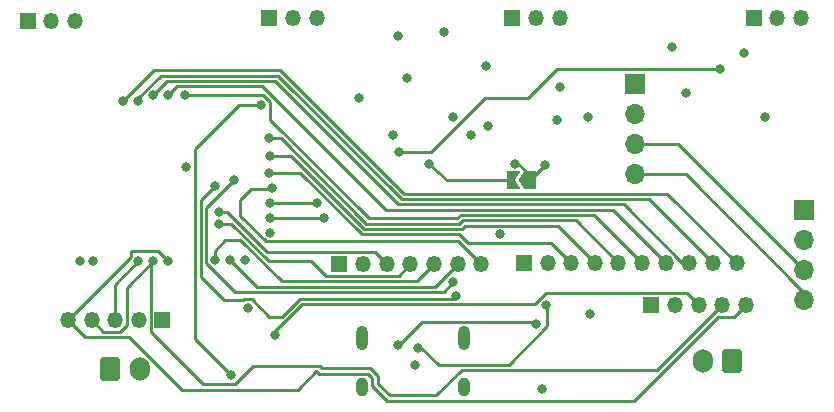
<source format=gbr>
%TF.GenerationSoftware,KiCad,Pcbnew,9.0.1*%
%TF.CreationDate,2025-04-13T07:36:32-05:00*%
%TF.ProjectId,LASK-V2-0,4c41534b-2d56-4322-9d30-2e6b69636164,rev?*%
%TF.SameCoordinates,Original*%
%TF.FileFunction,Copper,L4,Bot*%
%TF.FilePolarity,Positive*%
%FSLAX46Y46*%
G04 Gerber Fmt 4.6, Leading zero omitted, Abs format (unit mm)*
G04 Created by KiCad (PCBNEW 9.0.1) date 2025-04-13 07:36:32*
%MOMM*%
%LPD*%
G01*
G04 APERTURE LIST*
G04 Aperture macros list*
%AMRoundRect*
0 Rectangle with rounded corners*
0 $1 Rounding radius*
0 $2 $3 $4 $5 $6 $7 $8 $9 X,Y pos of 4 corners*
0 Add a 4 corners polygon primitive as box body*
4,1,4,$2,$3,$4,$5,$6,$7,$8,$9,$2,$3,0*
0 Add four circle primitives for the rounded corners*
1,1,$1+$1,$2,$3*
1,1,$1+$1,$4,$5*
1,1,$1+$1,$6,$7*
1,1,$1+$1,$8,$9*
0 Add four rect primitives between the rounded corners*
20,1,$1+$1,$2,$3,$4,$5,0*
20,1,$1+$1,$4,$5,$6,$7,0*
20,1,$1+$1,$6,$7,$8,$9,0*
20,1,$1+$1,$8,$9,$2,$3,0*%
%AMFreePoly0*
4,1,6,1.000000,0.000000,0.500000,-0.750000,-0.500000,-0.750000,-0.500000,0.750000,0.500000,0.750000,1.000000,0.000000,1.000000,0.000000,$1*%
%AMFreePoly1*
4,1,6,0.500000,-0.750000,-0.650000,-0.750000,-0.150000,0.000000,-0.650000,0.750000,0.500000,0.750000,0.500000,-0.750000,0.500000,-0.750000,$1*%
G04 Aperture macros list end*
%TA.AperFunction,ComponentPad*%
%ADD10R,1.700000X1.700000*%
%TD*%
%TA.AperFunction,ComponentPad*%
%ADD11O,1.700000X1.700000*%
%TD*%
%TA.AperFunction,ComponentPad*%
%ADD12R,1.350000X1.350000*%
%TD*%
%TA.AperFunction,ComponentPad*%
%ADD13O,1.350000X1.350000*%
%TD*%
%TA.AperFunction,ComponentPad*%
%ADD14RoundRect,0.250000X0.600000X0.750000X-0.600000X0.750000X-0.600000X-0.750000X0.600000X-0.750000X0*%
%TD*%
%TA.AperFunction,ComponentPad*%
%ADD15O,1.700000X2.000000*%
%TD*%
%TA.AperFunction,ComponentPad*%
%ADD16RoundRect,0.250000X-0.600000X-0.750000X0.600000X-0.750000X0.600000X0.750000X-0.600000X0.750000X0*%
%TD*%
%TA.AperFunction,ComponentPad*%
%ADD17O,1.000000X2.100000*%
%TD*%
%TA.AperFunction,ComponentPad*%
%ADD18O,1.000000X1.600000*%
%TD*%
%TA.AperFunction,SMDPad,CuDef*%
%ADD19FreePoly0,180.000000*%
%TD*%
%TA.AperFunction,SMDPad,CuDef*%
%ADD20FreePoly1,180.000000*%
%TD*%
%TA.AperFunction,ViaPad*%
%ADD21C,0.800000*%
%TD*%
%TA.AperFunction,Conductor*%
%ADD22C,0.250000*%
%TD*%
G04 APERTURE END LIST*
D10*
%TO.P,J9,1,Pin_1*%
%TO.N,GND*%
X170688000Y-73787000D03*
D11*
%TO.P,J9,2,Pin_2*%
%TO.N,+3V3*%
X170688000Y-76327000D03*
%TO.P,J9,3,Pin_3*%
%TO.N,SCL*%
X170688000Y-78867000D03*
%TO.P,J9,4,Pin_4*%
%TO.N,SDA*%
X170688000Y-81407000D03*
%TD*%
D12*
%TO.P,J3,1,Pin_1*%
%TO.N,GND*%
X161290000Y-88900000D03*
D13*
%TO.P,J3,2,Pin_2*%
%TO.N,+3V3*%
X163290000Y-88900000D03*
%TO.P,J3,3,Pin_3*%
%TO.N,GP13*%
X165290000Y-88900000D03*
%TO.P,J3,4,Pin_4*%
%TO.N,GP14*%
X167290000Y-88900000D03*
%TO.P,J3,5,Pin_5*%
%TO.N,GP21*%
X169290000Y-88900000D03*
%TO.P,J3,6,Pin_6*%
%TO.N,GP33*%
X171290000Y-88900000D03*
%TO.P,J3,7,Pin_7*%
%TO.N,GP34*%
X173290000Y-88900000D03*
%TO.P,J3,8,Pin_8*%
%TO.N,GP42*%
X175290000Y-88900000D03*
%TO.P,J3,9,Pin_9*%
%TO.N,RX*%
X177290000Y-88900000D03*
%TO.P,J3,10,Pin_10*%
%TO.N,TX*%
X179290000Y-88900000D03*
%TD*%
D12*
%TO.P,H2,1,VCC*%
%TO.N,+3V3*%
X139732000Y-68167600D03*
D13*
%TO.P,H2,2,GND*%
%TO.N,GND*%
X141732000Y-68167600D03*
%TO.P,H2,3,VOUT*%
%TO.N,hall_1*%
X143732000Y-68167600D03*
%TD*%
D12*
%TO.P,Joystick1,1,Pin_1*%
%TO.N,GND*%
X172085000Y-92456000D03*
D13*
%TO.P,Joystick1,2,Pin_2*%
%TO.N,+3V3*%
X174085000Y-92456000D03*
%TO.P,Joystick1,3,Pin_3*%
%TO.N,JX*%
X176085000Y-92456000D03*
%TO.P,Joystick1,4,Pin_4*%
%TO.N,JY*%
X178085000Y-92456000D03*
%TO.P,Joystick1,5,Pin_5*%
%TO.N,JSW*%
X180085000Y-92456000D03*
%TD*%
D12*
%TO.P,H4,1,VCC*%
%TO.N,+3V3*%
X180753000Y-68167600D03*
D13*
%TO.P,H4,2,GND*%
%TO.N,GND*%
X182753000Y-68167600D03*
%TO.P,H4,3,VOUT*%
%TO.N,hall_3*%
X184753000Y-68167600D03*
%TD*%
D12*
%TO.P,J6,1,Pin_1*%
%TO.N,GND*%
X145669000Y-89027000D03*
D13*
%TO.P,J6,2,Pin_2*%
%TO.N,+3V3*%
X147669000Y-89027000D03*
%TO.P,J6,3,Pin_3*%
%TO.N,GP15*%
X149669000Y-89027000D03*
%TO.P,J6,4,Pin_4*%
%TO.N,GP16*%
X151669000Y-89027000D03*
%TO.P,J6,5,Pin_5*%
%TO.N,GP17*%
X153669000Y-89027000D03*
%TO.P,J6,6,Pin_6*%
%TO.N,GP18*%
X155669000Y-89027000D03*
%TO.P,J6,7,Pin_7*%
%TO.N,ADC_BAT*%
X157669000Y-89027000D03*
%TD*%
D14*
%TO.P,BattExtLTC4054,1*%
%TO.N,VBAT*%
X178923000Y-97201000D03*
D15*
%TO.P,BattExtLTC4054,2*%
%TO.N,GND*%
X176423000Y-97201000D03*
%TD*%
D16*
%TO.P,J2,1*%
%TO.N,VBAT*%
X126278000Y-97917000D03*
D15*
%TO.P,J2,2*%
%TO.N,GND*%
X128778000Y-97917000D03*
%TD*%
D12*
%TO.P,Joystick2,1,Pin_1*%
%TO.N,GND*%
X130683000Y-93726000D03*
D13*
%TO.P,Joystick2,2,Pin_2*%
%TO.N,+3V3*%
X128683000Y-93726000D03*
%TO.P,Joystick2,3,Pin_3*%
%TO.N,JX*%
X126683000Y-93726000D03*
%TO.P,Joystick2,4,Pin_4*%
%TO.N,JY*%
X124683000Y-93726000D03*
%TO.P,Joystick2,5,Pin_5*%
%TO.N,JSW*%
X122683000Y-93726000D03*
%TD*%
D17*
%TO.P,J4,S1,SHIELD*%
%TO.N,GND*%
X147570000Y-95250000D03*
D18*
X147570000Y-99430000D03*
D17*
X156210000Y-95250000D03*
D18*
X156210000Y-99430000D03*
%TD*%
D12*
%TO.P,H1,1,VCC*%
%TO.N,+3V3*%
X119285000Y-68398600D03*
D13*
%TO.P,H1,2,GND*%
%TO.N,GND*%
X121285000Y-68398600D03*
%TO.P,H1,3,VOUT*%
%TO.N,hall_0*%
X123285000Y-68398600D03*
%TD*%
D12*
%TO.P,H3,1,VCC*%
%TO.N,+3V3*%
X160306000Y-68167600D03*
D13*
%TO.P,H3,2,GND*%
%TO.N,GND*%
X162306000Y-68167600D03*
%TO.P,H3,3,VOUT*%
%TO.N,hall_2*%
X164306000Y-68167600D03*
%TD*%
D10*
%TO.P,J1,1,Pin_1*%
%TO.N,GND*%
X185039000Y-84455000D03*
D11*
%TO.P,J1,2,Pin_2*%
%TO.N,+3V3*%
X185039000Y-86995000D03*
%TO.P,J1,3,Pin_3*%
%TO.N,SCL*%
X185039000Y-89535000D03*
%TO.P,J1,4,Pin_4*%
%TO.N,SDA*%
X185039000Y-92075000D03*
%TD*%
D19*
%TO.P,JP1,1,A*%
%TO.N,Net-(JP1-A)*%
X161798000Y-81915000D03*
D20*
%TO.P,JP1,2,B*%
%TO.N,ADC_BAT*%
X160348000Y-81915000D03*
%TD*%
D21*
%TO.N,GND*%
X166751000Y-76581000D03*
X175006000Y-74549000D03*
X147320000Y-74930000D03*
X181737000Y-76581000D03*
X162814000Y-99568000D03*
X132715000Y-80772000D03*
X150241000Y-78105000D03*
X150622000Y-69723000D03*
X166878000Y-93218000D03*
X158242000Y-77343000D03*
X123698000Y-88773000D03*
%TO.N,+3V3*%
X155321000Y-76581000D03*
X151384000Y-73279000D03*
X137922000Y-92710000D03*
X124841000Y-88773000D03*
%TO.N,SCL*%
X136779000Y-81915000D03*
X155321000Y-90551000D03*
X139827000Y-86360000D03*
%TO.N,SDA*%
X137668000Y-88646000D03*
X155565714Y-91687500D03*
X135128000Y-82423000D03*
%TO.N,JX*%
X140208000Y-94996000D03*
X128651000Y-88773000D03*
%TO.N,JY*%
X129921000Y-88773000D03*
%TO.N,JSW*%
X131191000Y-88773000D03*
%TO.N,b_start*%
X139827000Y-83820000D03*
X143764000Y-83820000D03*
%TO.N,GP14*%
X139827000Y-79883000D03*
%TO.N,GP15*%
X135509000Y-84582000D03*
%TO.N,GP16*%
X135509000Y-85598000D03*
%TO.N,VBAT*%
X179959000Y-71120000D03*
X156845000Y-78105000D03*
%TO.N,VBUS*%
X152069800Y-97536000D03*
X159258000Y-86487000D03*
X173863000Y-70612000D03*
X154559000Y-69342000D03*
X164084000Y-76835000D03*
X158115000Y-72263000D03*
X164338000Y-74041000D03*
%TO.N,b_select*%
X144399000Y-85090000D03*
X139827000Y-85090000D03*
%TO.N,Net-(JP1-A)*%
X160528000Y-80518000D03*
X163068000Y-80645000D03*
%TO.N,LDO_EN*%
X177927000Y-72517000D03*
X150749000Y-79502000D03*
%TO.N,ADC_BAT*%
X153289000Y-80518000D03*
X139954000Y-82550000D03*
%TO.N,100*%
X139065000Y-75565000D03*
X136525000Y-98425000D03*
%TO.N,GP13*%
X139700000Y-81280000D03*
%TO.N,GP17*%
X135128000Y-88646000D03*
%TO.N,GP18*%
X136398000Y-88646000D03*
%TO.N,GP21*%
X139700000Y-78359000D03*
%TO.N,GP34*%
X131191000Y-74676000D03*
%TO.N,GP33*%
X132588000Y-74676000D03*
%TO.N,TX*%
X127381000Y-75184000D03*
%TO.N,RX*%
X128651000Y-75184000D03*
%TO.N,GP42*%
X129921000Y-74676000D03*
%TO.N,Net-(J4-CC1)*%
X162306000Y-94107000D03*
X150640000Y-95834200D03*
%TO.N,Net-(J4-CC2)*%
X152349200Y-96088200D03*
X163195000Y-92456000D03*
%TD*%
D22*
%TO.N,SCL*%
X136779000Y-81915000D02*
X134403000Y-84291000D01*
X134403000Y-84291000D02*
X134403000Y-88946305D01*
X170688000Y-78867000D02*
X174371000Y-78867000D01*
X174371000Y-78867000D02*
X185039000Y-89535000D01*
X136833695Y-91377000D02*
X154495000Y-91377000D01*
X154495000Y-91377000D02*
X155321000Y-90551000D01*
X134403000Y-88946305D02*
X136833695Y-91377000D01*
%TO.N,SDA*%
X175006000Y-81407000D02*
X170688000Y-81407000D01*
X137531695Y-92075000D02*
X137621695Y-91985000D01*
X155291214Y-91962000D02*
X155565714Y-91687500D01*
X135890000Y-92075000D02*
X137531695Y-92075000D01*
X133927000Y-83624000D02*
X133927000Y-90112000D01*
X135128000Y-82423000D02*
X133927000Y-83624000D01*
X185039000Y-91440000D02*
X175006000Y-81407000D01*
X137621695Y-91985000D02*
X138222305Y-91985000D01*
X138222305Y-91985000D02*
X139693087Y-93455782D01*
X140826781Y-93455782D02*
X142320563Y-91962000D01*
X133927000Y-90112000D02*
X135890000Y-92075000D01*
X185039000Y-92075000D02*
X185039000Y-91440000D01*
X142320563Y-91962000D02*
X155291214Y-91962000D01*
X139693087Y-93455782D02*
X140826781Y-93455782D01*
%TO.N,JX*%
X163185695Y-91440000D02*
X175069000Y-91440000D01*
X140208000Y-94710959D02*
X142506959Y-92412000D01*
X126683000Y-90741000D02*
X126683000Y-93726000D01*
X140208000Y-94996000D02*
X140208000Y-94710959D01*
X128651000Y-88773000D02*
X126683000Y-90741000D01*
X142506959Y-92412000D02*
X162213695Y-92412000D01*
X175069000Y-91440000D02*
X176085000Y-92456000D01*
X162213695Y-92412000D02*
X163185695Y-91440000D01*
%TO.N,JY*%
X172543000Y-97998000D02*
X156002000Y-97998000D01*
X127683000Y-91011000D02*
X127683000Y-94140214D01*
X136788305Y-99187000D02*
X134144000Y-99187000D01*
X129921000Y-88773000D02*
X127683000Y-91011000D01*
X144203000Y-97848000D02*
X143989114Y-97634114D01*
X127683000Y-94140214D02*
X127097214Y-94726000D01*
X143989114Y-97634114D02*
X138341191Y-97634114D01*
X125683000Y-94726000D02*
X124683000Y-93726000D01*
X138341191Y-97634114D02*
X136788305Y-99187000D01*
X134144000Y-99187000D02*
X129683000Y-94726000D01*
X156002000Y-97998000D02*
X153872000Y-100128000D01*
X148268396Y-97848000D02*
X144203000Y-97848000D01*
X148913000Y-99127604D02*
X148913000Y-98492604D01*
X153872000Y-100128000D02*
X149913396Y-100128000D01*
X178085000Y-92456000D02*
X172543000Y-97998000D01*
X129683000Y-89011000D02*
X129921000Y-88773000D01*
X127097214Y-94726000D02*
X125683000Y-94726000D01*
X129683000Y-94726000D02*
X129683000Y-89011000D01*
X148913000Y-98492604D02*
X148268396Y-97848000D01*
X149913396Y-100128000D02*
X148913000Y-99127604D01*
%TO.N,JSW*%
X170599396Y-100578000D02*
X177721396Y-93456000D01*
X179085000Y-93456000D02*
X180085000Y-92456000D01*
X148463000Y-99314000D02*
X149727000Y-100578000D01*
X148082000Y-98298000D02*
X148463000Y-98679000D01*
X128016000Y-88393000D02*
X122683000Y-93726000D01*
X143702748Y-98084114D02*
X142149862Y-99637000D01*
X148463000Y-98679000D02*
X148463000Y-99314000D01*
X143702748Y-98084114D02*
X143916634Y-98298000D01*
X143916634Y-98298000D02*
X148082000Y-98298000D01*
X149727000Y-100578000D02*
X170599396Y-100578000D01*
X127848701Y-95176000D02*
X124133000Y-95176000D01*
X130302000Y-87884000D02*
X128016000Y-87884000D01*
X124133000Y-95176000D02*
X122683000Y-93726000D01*
X142149862Y-99637000D02*
X132309701Y-99637000D01*
X131191000Y-88773000D02*
X130302000Y-87884000D01*
X128016000Y-87884000D02*
X128016000Y-88393000D01*
X177721396Y-93456000D02*
X179085000Y-93456000D01*
X132309701Y-99637000D02*
X127848701Y-95176000D01*
%TO.N,b_start*%
X139827000Y-83820000D02*
X143764000Y-83820000D01*
%TO.N,GP14*%
X141606396Y-79883000D02*
X139827000Y-79883000D01*
X164152000Y-85762000D02*
X156290396Y-85762000D01*
X167290000Y-88900000D02*
X164152000Y-85762000D01*
X147760396Y-86037000D02*
X141606396Y-79883000D01*
X156290396Y-85762000D02*
X156015396Y-86037000D01*
X156015396Y-86037000D02*
X147760396Y-86037000D01*
%TO.N,GP15*%
X139573000Y-88011000D02*
X136144000Y-84582000D01*
X136144000Y-84582000D02*
X135509000Y-84582000D01*
X148653000Y-88011000D02*
X139573000Y-88011000D01*
X149669000Y-89027000D02*
X148653000Y-88011000D01*
%TO.N,GP16*%
X151669000Y-89027000D02*
X150669000Y-90027000D01*
X150669000Y-90027000D02*
X144510000Y-90027000D01*
X144510000Y-90027000D02*
X143256000Y-88773000D01*
X143256000Y-88773000D02*
X139698604Y-88773000D01*
X139698604Y-88773000D02*
X136523604Y-85598000D01*
X136523604Y-85598000D02*
X135509000Y-85598000D01*
%TO.N,b_select*%
X139827000Y-85090000D02*
X144399000Y-85090000D01*
%TO.N,Net-(JP1-A)*%
X161798000Y-81505380D02*
X160810620Y-80518000D01*
X160810620Y-80518000D02*
X160528000Y-80518000D01*
X161798000Y-81915000D02*
X161798000Y-81505380D01*
X161798000Y-81915000D02*
X163068000Y-80645000D01*
%TO.N,LDO_EN*%
X153425305Y-79502000D02*
X150749000Y-79502000D01*
X161671000Y-74930000D02*
X157997305Y-74930000D01*
X177927000Y-72517000D02*
X164084000Y-72517000D01*
X157997305Y-74930000D02*
X153425305Y-79502000D01*
X164084000Y-72517000D02*
X161671000Y-74930000D01*
%TO.N,ADC_BAT*%
X155727000Y-87085000D02*
X139409000Y-87085000D01*
X138176000Y-82677000D02*
X139827000Y-82677000D01*
X139827000Y-82677000D02*
X139954000Y-82550000D01*
X160348000Y-81915000D02*
X154813000Y-81915000D01*
X154813000Y-81915000D02*
X153289000Y-80518000D01*
X157669000Y-89027000D02*
X155727000Y-87085000D01*
X137287000Y-84963000D02*
X137287000Y-83566000D01*
X139409000Y-87085000D02*
X137287000Y-84963000D01*
X137287000Y-83566000D02*
X138176000Y-82677000D01*
X153289000Y-80518000D02*
X153416000Y-80518000D01*
%TO.N,100*%
X137160000Y-75565000D02*
X133477000Y-79248000D01*
X136525000Y-98425000D02*
X136398000Y-98425000D01*
X133477000Y-79248000D02*
X133477000Y-95377000D01*
X133477000Y-95377000D02*
X136525000Y-98425000D01*
X139065000Y-75565000D02*
X137160000Y-75565000D01*
%TO.N,GP13*%
X147574000Y-86487000D02*
X142367000Y-81280000D01*
X155829000Y-86487000D02*
X147574000Y-86487000D01*
X163602000Y-87212000D02*
X156554000Y-87212000D01*
X142367000Y-81280000D02*
X139700000Y-81280000D01*
X156554000Y-87212000D02*
X155829000Y-86487000D01*
X165290000Y-88900000D02*
X163602000Y-87212000D01*
%TO.N,GP17*%
X140766208Y-90477000D02*
X137284208Y-86995000D01*
X136017000Y-86995000D02*
X135128000Y-87884000D01*
X137284208Y-86995000D02*
X136017000Y-86995000D01*
X135128000Y-87884000D02*
X135128000Y-88646000D01*
X153669000Y-89027000D02*
X152219000Y-90477000D01*
X152219000Y-90477000D02*
X140766208Y-90477000D01*
%TO.N,GP18*%
X138679000Y-90927000D02*
X136398000Y-88646000D01*
X153769000Y-90927000D02*
X138679000Y-90927000D01*
X155669000Y-89027000D02*
X153769000Y-90927000D01*
%TO.N,GP21*%
X155829000Y-85587000D02*
X147946792Y-85587000D01*
X156104000Y-85312000D02*
X155829000Y-85587000D01*
X140718792Y-78359000D02*
X139700000Y-78359000D01*
X147946792Y-85587000D02*
X140718792Y-78359000D01*
X165702000Y-85312000D02*
X156104000Y-85312000D01*
X169290000Y-88900000D02*
X165702000Y-85312000D01*
%TO.N,GP34*%
X168802000Y-84412000D02*
X149573701Y-84412000D01*
X173290000Y-88900000D02*
X168802000Y-84412000D01*
X139112701Y-73951000D02*
X131916000Y-73951000D01*
X131916000Y-73951000D02*
X131191000Y-74676000D01*
X149573701Y-84412000D02*
X139112701Y-73951000D01*
%TO.N,GP33*%
X148133188Y-85137000D02*
X139790000Y-76793812D01*
X167252000Y-84862000D02*
X155917604Y-84862000D01*
X155642604Y-85137000D02*
X148133188Y-85137000D01*
X139790000Y-76793812D02*
X139790000Y-75264695D01*
X171290000Y-88900000D02*
X167252000Y-84862000D01*
X139790000Y-75264695D02*
X139201305Y-74676000D01*
X139201305Y-74676000D02*
X132588000Y-74676000D01*
X155917604Y-84862000D02*
X155642604Y-85137000D01*
%TO.N,TX*%
X140674396Y-72601000D02*
X129964000Y-72601000D01*
X179290000Y-88900000D02*
X173437000Y-83047000D01*
X151120396Y-83047000D02*
X140674396Y-72601000D01*
X129964000Y-72601000D02*
X127381000Y-75184000D01*
X173437000Y-83047000D02*
X151120396Y-83047000D01*
%TO.N,RX*%
X140488000Y-73051000D02*
X150934000Y-83497000D01*
X128651000Y-74920695D02*
X130520695Y-73051000D01*
X171887000Y-83497000D02*
X177290000Y-88900000D01*
X150934000Y-83497000D02*
X171887000Y-83497000D01*
X130520695Y-73051000D02*
X140488000Y-73051000D01*
X128651000Y-75184000D02*
X128651000Y-74920695D01*
%TO.N,GP42*%
X150622000Y-83947000D02*
X140176000Y-73501000D01*
X174704214Y-88900000D02*
X169751214Y-83947000D01*
X169751214Y-83947000D02*
X150622000Y-83947000D01*
X175290000Y-88900000D02*
X174704214Y-88900000D01*
X131096000Y-73501000D02*
X129921000Y-74676000D01*
X140176000Y-73501000D02*
X131096000Y-73501000D01*
%TO.N,Net-(J4-CC1)*%
X152632000Y-93875000D02*
X162074000Y-93875000D01*
X150640000Y-95834200D02*
X150672800Y-95834200D01*
X162074000Y-93875000D02*
X162306000Y-94107000D01*
X150672800Y-95834200D02*
X152632000Y-93875000D01*
%TO.N,Net-(J4-CC2)*%
X163264000Y-92525000D02*
X163195000Y-92456000D01*
X160009396Y-97548000D02*
X163264000Y-94293396D01*
X163264000Y-94293396D02*
X163264000Y-92525000D01*
X152603200Y-96088200D02*
X154063000Y-97548000D01*
X154063000Y-97548000D02*
X160009396Y-97548000D01*
X152349200Y-96088200D02*
X152603200Y-96088200D01*
%TD*%
M02*

</source>
